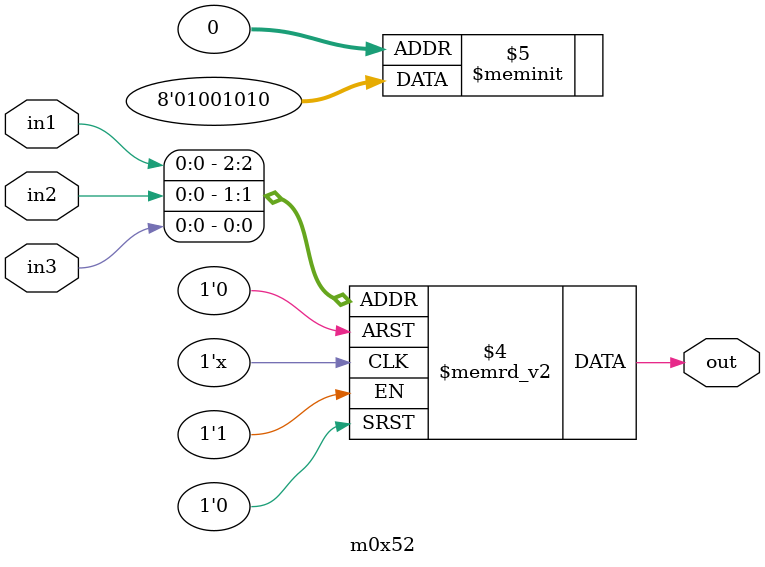
<source format=v>
module m0x52(output out, input in1, in2, in3);

   always @(in1, in2, in3)
     begin
        case({in1, in2, in3})
          3'b000: {out} = 1'b0;
          3'b001: {out} = 1'b1;
          3'b010: {out} = 1'b0;
          3'b011: {out} = 1'b1;
          3'b100: {out} = 1'b0;
          3'b101: {out} = 1'b0;
          3'b110: {out} = 1'b1;
          3'b111: {out} = 1'b0;
        endcase // case ({in1, in2, in3})
     end // always @ (in1, in2, in3)

endmodule // m0x52
</source>
